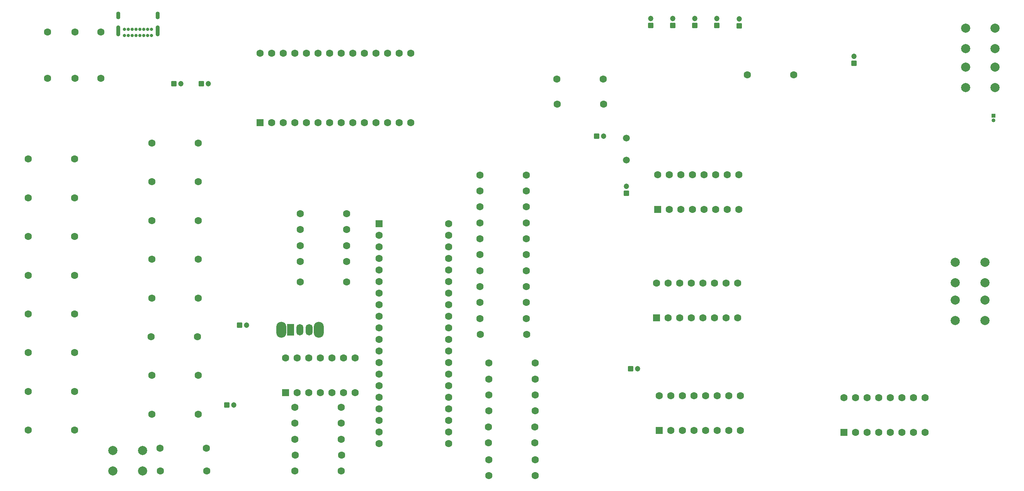
<source format=gbr>
%TF.GenerationSoftware,KiCad,Pcbnew,9.0.6*%
%TF.CreationDate,2025-12-23T15:44:05+01:00*%
%TF.ProjectId,Z80DevBoard,5a383044-6576-4426-9f61-72642e6b6963,rev?*%
%TF.SameCoordinates,Original*%
%TF.FileFunction,Soldermask,Bot*%
%TF.FilePolarity,Negative*%
%FSLAX46Y46*%
G04 Gerber Fmt 4.6, Leading zero omitted, Abs format (unit mm)*
G04 Created by KiCad (PCBNEW 9.0.6) date 2025-12-23 15:44:05*
%MOMM*%
%LPD*%
G01*
G04 APERTURE LIST*
G04 Aperture macros list*
%AMRoundRect*
0 Rectangle with rounded corners*
0 $1 Rounding radius*
0 $2 $3 $4 $5 $6 $7 $8 $9 X,Y pos of 4 corners*
0 Add a 4 corners polygon primitive as box body*
4,1,4,$2,$3,$4,$5,$6,$7,$8,$9,$2,$3,0*
0 Add four circle primitives for the rounded corners*
1,1,$1+$1,$2,$3*
1,1,$1+$1,$4,$5*
1,1,$1+$1,$6,$7*
1,1,$1+$1,$8,$9*
0 Add four rect primitives between the rounded corners*
20,1,$1+$1,$2,$3,$4,$5,0*
20,1,$1+$1,$4,$5,$6,$7,0*
20,1,$1+$1,$6,$7,$8,$9,0*
20,1,$1+$1,$8,$9,$2,$3,0*%
G04 Aperture macros list end*
%ADD10R,0.850000X0.850000*%
%ADD11C,0.850000*%
%ADD12RoundRect,0.250000X-0.350000X-0.350000X0.350000X-0.350000X0.350000X0.350000X-0.350000X0.350000X0*%
%ADD13C,1.200000*%
%ADD14C,1.600000*%
%ADD15RoundRect,0.250000X0.550000X-0.550000X0.550000X0.550000X-0.550000X0.550000X-0.550000X-0.550000X0*%
%ADD16RoundRect,0.250000X0.350000X-0.350000X0.350000X0.350000X-0.350000X0.350000X-0.350000X-0.350000X0*%
%ADD17C,2.000000*%
%ADD18C,0.700000*%
%ADD19O,0.900000X2.400000*%
%ADD20O,0.900000X1.700000*%
%ADD21C,1.500000*%
%ADD22RoundRect,0.250000X-0.550000X-0.550000X0.550000X-0.550000X0.550000X0.550000X-0.550000X0.550000X0*%
%ADD23O,2.200000X3.500000*%
%ADD24R,1.500000X2.500000*%
%ADD25O,1.500000X2.500000*%
G04 APERTURE END LIST*
D10*
%TO.C,J1*%
X254000000Y-62000000D03*
D11*
X254000000Y-63000000D03*
%TD*%
D12*
%TO.C,C8*%
X167000000Y-66500000D03*
D13*
X168500000Y-66500000D03*
%TD*%
D14*
%TO.C,R8*%
X111160000Y-136500000D03*
X101000000Y-136500000D03*
%TD*%
%TO.C,R11*%
X143349500Y-133783000D03*
X153509500Y-133783000D03*
%TD*%
%TO.C,R12*%
X52741500Y-53746000D03*
X52741500Y-43586000D03*
%TD*%
%TO.C,R27*%
X79592500Y-110500000D03*
X69432500Y-110500000D03*
%TD*%
%TO.C,R15*%
X200000000Y-53000000D03*
X210160000Y-53000000D03*
%TD*%
D15*
%TO.C,ShiftRegisterIn2*%
X221240500Y-131539000D03*
D14*
X223780500Y-131539000D03*
X226320500Y-131539000D03*
X228860500Y-131539000D03*
X231400500Y-131539000D03*
X233940500Y-131539000D03*
X236480500Y-131539000D03*
X239020500Y-131539000D03*
X239020500Y-123919000D03*
X236480500Y-123919000D03*
X233940500Y-123919000D03*
X231400500Y-123919000D03*
X228860500Y-123919000D03*
X226320500Y-123919000D03*
X223780500Y-123919000D03*
X221240500Y-123919000D03*
%TD*%
D16*
%TO.C,C6*%
X193383950Y-42184000D03*
D13*
X193383950Y-40684000D03*
%TD*%
D12*
%TO.C,C9*%
X88777401Y-108000000D03*
D13*
X90277401Y-108000000D03*
%TD*%
D14*
%TO.C,R40*%
X151672500Y-110000000D03*
X141512500Y-110000000D03*
%TD*%
D12*
%TO.C,C12*%
X174500000Y-117500000D03*
D13*
X176000000Y-117500000D03*
%TD*%
D14*
%TO.C,R44*%
X151592500Y-103000000D03*
X141432500Y-103000000D03*
%TD*%
%TO.C,R46*%
X102092500Y-87000000D03*
X112252500Y-87000000D03*
%TD*%
%TO.C,R6*%
X143429500Y-123283000D03*
X153589500Y-123283000D03*
%TD*%
%TO.C,R25*%
X79752500Y-68000000D03*
X69592500Y-68000000D03*
%TD*%
%TO.C,R17*%
X168551500Y-59436000D03*
X158391500Y-59436000D03*
%TD*%
%TO.C,R26*%
X79752500Y-76500000D03*
X69592500Y-76500000D03*
%TD*%
%TO.C,R21*%
X143432500Y-137500000D03*
X153592500Y-137500000D03*
%TD*%
%TO.C,R9*%
X143429500Y-119783000D03*
X153589500Y-119783000D03*
%TD*%
D12*
%TO.C,C1*%
X74391500Y-54936000D03*
D13*
X75891500Y-54936000D03*
%TD*%
D14*
%TO.C,R35*%
X52592500Y-97000000D03*
X42432500Y-97000000D03*
%TD*%
%TO.C,R43*%
X102092500Y-83500000D03*
X112252500Y-83500000D03*
%TD*%
D17*
%TO.C,SW1*%
X245583950Y-102434000D03*
X252083950Y-102434000D03*
X245583950Y-106934000D03*
X252083950Y-106934000D03*
%TD*%
D14*
%TO.C,R36*%
X79752500Y-93500000D03*
X69592500Y-93500000D03*
%TD*%
%TO.C,R10*%
X143429500Y-116283000D03*
X153589500Y-116283000D03*
%TD*%
D16*
%TO.C,C5*%
X188533950Y-42184000D03*
D13*
X188533950Y-40684000D03*
%TD*%
D15*
%TO.C,ShiftRegisterOut3*%
X180411900Y-82539000D03*
D14*
X182951900Y-82539000D03*
X185491900Y-82539000D03*
X188031900Y-82539000D03*
X190571900Y-82539000D03*
X193111900Y-82539000D03*
X195651900Y-82539000D03*
X198191900Y-82539000D03*
X198191900Y-74919000D03*
X195651900Y-74919000D03*
X193111900Y-74919000D03*
X190571900Y-74919000D03*
X188031900Y-74919000D03*
X185491900Y-74919000D03*
X182951900Y-74919000D03*
X180411900Y-74919000D03*
%TD*%
%TO.C,R2*%
X100920000Y-126000000D03*
X111080000Y-126000000D03*
%TD*%
%TO.C,R53*%
X71340000Y-135000000D03*
X81500000Y-135000000D03*
%TD*%
D12*
%TO.C,C2*%
X80391500Y-54936000D03*
D13*
X81891500Y-54936000D03*
%TD*%
D14*
%TO.C,R4*%
X111080000Y-133000000D03*
X100920000Y-133000000D03*
%TD*%
D17*
%TO.C,SW2*%
X245583950Y-94184000D03*
X252083950Y-94184000D03*
X245583950Y-98684000D03*
X252083950Y-98684000D03*
%TD*%
D14*
%TO.C,R41*%
X151592500Y-106500000D03*
X141432500Y-106500000D03*
%TD*%
%TO.C,R37*%
X79752500Y-127500000D03*
X69592500Y-127500000D03*
%TD*%
%TO.C,R16*%
X71420000Y-140000000D03*
X81580000Y-140000000D03*
%TD*%
%TO.C,R31*%
X52592500Y-122500000D03*
X42432500Y-122500000D03*
%TD*%
%TO.C,R30*%
X52592500Y-88500000D03*
X42432500Y-88500000D03*
%TD*%
D16*
%TO.C,C4*%
X183683950Y-42184000D03*
D13*
X183683950Y-40684000D03*
%TD*%
D14*
%TO.C,R28*%
X52592500Y-114000000D03*
X42432500Y-114000000D03*
%TD*%
D16*
%TO.C,C11*%
X173500000Y-79000000D03*
D13*
X173500000Y-77500000D03*
%TD*%
D14*
%TO.C,R24*%
X79752500Y-102000000D03*
X69592500Y-102000000D03*
%TD*%
%TO.C,R48*%
X151592500Y-82000000D03*
X141432500Y-82000000D03*
%TD*%
D18*
%TO.C,USB_C1*%
X69475000Y-44360000D03*
X68625000Y-44360000D03*
X67775000Y-44360000D03*
X66925000Y-44360000D03*
X66075000Y-44360000D03*
X65225000Y-44360000D03*
X64375000Y-44360000D03*
X63525000Y-44360000D03*
X63525000Y-43010000D03*
X64375000Y-43010000D03*
X65225000Y-43010000D03*
X66075000Y-43010000D03*
X66925000Y-43010000D03*
X67775000Y-43010000D03*
X68625000Y-43010000D03*
X69475000Y-43010000D03*
D19*
X70825000Y-43380000D03*
D20*
X70825000Y-40000000D03*
D19*
X62175000Y-43380000D03*
D20*
X62175000Y-40000000D03*
%TD*%
D14*
%TO.C,R23*%
X52592500Y-105500000D03*
X42432500Y-105500000D03*
%TD*%
%TO.C,R5*%
X143349500Y-130283000D03*
X153509500Y-130283000D03*
%TD*%
D17*
%TO.C,SW3*%
X247833950Y-42750000D03*
X254333950Y-42750000D03*
X247833950Y-47250000D03*
X254333950Y-47250000D03*
%TD*%
D14*
%TO.C,R42*%
X151592500Y-89000000D03*
X141432500Y-89000000D03*
%TD*%
%TO.C,R52*%
X102092500Y-94000000D03*
X112252500Y-94000000D03*
%TD*%
%TO.C,R38*%
X151592500Y-75000000D03*
X141432500Y-75000000D03*
%TD*%
%TO.C,R7*%
X111080000Y-140000000D03*
X100920000Y-140000000D03*
%TD*%
%TO.C,R13*%
X46741500Y-43586000D03*
X46741500Y-53746000D03*
%TD*%
%TO.C,R32*%
X79752500Y-85000000D03*
X69592500Y-85000000D03*
%TD*%
%TO.C,R45*%
X151592500Y-85500000D03*
X141432500Y-85500000D03*
%TD*%
%TO.C,R49*%
X102092500Y-90500000D03*
X112252500Y-90500000D03*
%TD*%
%TO.C,R33*%
X79752500Y-119000000D03*
X69592500Y-119000000D03*
%TD*%
%TO.C,R22*%
X52592500Y-71500000D03*
X42432500Y-71500000D03*
%TD*%
%TO.C,R14*%
X58391500Y-53786000D03*
X58391500Y-43626000D03*
%TD*%
%TO.C,R3*%
X111080000Y-129500000D03*
X100920000Y-129500000D03*
%TD*%
D15*
%TO.C,ShiftRegisterOut2*%
X180740500Y-131039000D03*
D14*
X183280500Y-131039000D03*
X185820500Y-131039000D03*
X188360500Y-131039000D03*
X190900500Y-131039000D03*
X193440500Y-131039000D03*
X195980500Y-131039000D03*
X198520500Y-131039000D03*
X198520500Y-123419000D03*
X195980500Y-123419000D03*
X193440500Y-123419000D03*
X190900500Y-123419000D03*
X188360500Y-123419000D03*
X185820500Y-123419000D03*
X183280500Y-123419000D03*
X180740500Y-123419000D03*
%TD*%
%TO.C,R29*%
X52592500Y-80000000D03*
X42432500Y-80000000D03*
%TD*%
D15*
%TO.C,ShiftRegisterOut1*%
X180131900Y-106344000D03*
D14*
X182671900Y-106344000D03*
X185211900Y-106344000D03*
X187751900Y-106344000D03*
X190291900Y-106344000D03*
X192831900Y-106344000D03*
X195371900Y-106344000D03*
X197911900Y-106344000D03*
X197911900Y-98724000D03*
X195371900Y-98724000D03*
X192831900Y-98724000D03*
X190291900Y-98724000D03*
X187751900Y-98724000D03*
X185211900Y-98724000D03*
X182671900Y-98724000D03*
X180131900Y-98724000D03*
%TD*%
D17*
%TO.C,SW4*%
X247833950Y-51300000D03*
X254333950Y-51300000D03*
X247833950Y-55800000D03*
X254333950Y-55800000D03*
%TD*%
D15*
%TO.C,RAM1*%
X93232500Y-63500000D03*
D14*
X95772500Y-63500000D03*
X98312500Y-63500000D03*
X100852500Y-63500000D03*
X103392500Y-63500000D03*
X105932500Y-63500000D03*
X108472500Y-63500000D03*
X111012500Y-63500000D03*
X113552500Y-63500000D03*
X116092500Y-63500000D03*
X118632500Y-63500000D03*
X121172500Y-63500000D03*
X123712500Y-63500000D03*
X126252500Y-63500000D03*
X126252500Y-48260000D03*
X123712500Y-48260000D03*
X121172500Y-48260000D03*
X118632500Y-48260000D03*
X116092500Y-48260000D03*
X113552500Y-48260000D03*
X111012500Y-48260000D03*
X108472500Y-48260000D03*
X105932500Y-48260000D03*
X103392500Y-48260000D03*
X100852500Y-48260000D03*
X98312500Y-48260000D03*
X95772500Y-48260000D03*
X93232500Y-48260000D03*
%TD*%
D15*
%TO.C,U1*%
X98880000Y-122805000D03*
D14*
X101420000Y-122805000D03*
X103960000Y-122805000D03*
X106500000Y-122805000D03*
X109040000Y-122805000D03*
X111580000Y-122805000D03*
X114120000Y-122805000D03*
X114120000Y-115185000D03*
X111580000Y-115185000D03*
X109040000Y-115185000D03*
X106500000Y-115185000D03*
X103960000Y-115185000D03*
X101420000Y-115185000D03*
X98880000Y-115185000D03*
%TD*%
%TO.C,R51*%
X151592500Y-78500000D03*
X141432500Y-78500000D03*
%TD*%
D16*
%TO.C,C3*%
X178833950Y-42184000D03*
D13*
X178833950Y-40684000D03*
%TD*%
D12*
%TO.C,C13*%
X86000000Y-125500000D03*
D13*
X87500000Y-125500000D03*
%TD*%
D14*
%TO.C,R20*%
X143432500Y-141000000D03*
X153592500Y-141000000D03*
%TD*%
D21*
%TO.C,Y1*%
X173500000Y-66870000D03*
X173500000Y-71750000D03*
%TD*%
D16*
%TO.C,C10*%
X198250000Y-42250000D03*
D13*
X198250000Y-40750000D03*
%TD*%
D14*
%TO.C,R39*%
X151592500Y-92500000D03*
X141432500Y-92500000D03*
%TD*%
%TO.C,R47*%
X151592500Y-99500000D03*
X141432500Y-99500000D03*
%TD*%
%TO.C,R50*%
X151592500Y-96000000D03*
X141432500Y-96000000D03*
%TD*%
D16*
%TO.C,C7*%
X223391500Y-50436000D03*
D13*
X223391500Y-48936000D03*
%TD*%
D22*
%TO.C,Z80*%
X119389500Y-85658000D03*
D14*
X119389500Y-88198000D03*
X119389500Y-90738000D03*
X119389500Y-93278000D03*
X119389500Y-95818000D03*
X119389500Y-98358000D03*
X119389500Y-100898000D03*
X119389500Y-103438000D03*
X119389500Y-105978000D03*
X119389500Y-108518000D03*
X119389500Y-111058000D03*
X119389500Y-113598000D03*
X119389500Y-116138000D03*
X119389500Y-118678000D03*
X119389500Y-121218000D03*
X119389500Y-123758000D03*
X119389500Y-126298000D03*
X119389500Y-128838000D03*
X119389500Y-131378000D03*
X119389500Y-133918000D03*
X134629500Y-133918000D03*
X134629500Y-131378000D03*
X134629500Y-128838000D03*
X134629500Y-126298000D03*
X134629500Y-123758000D03*
X134629500Y-121218000D03*
X134629500Y-118678000D03*
X134629500Y-116138000D03*
X134629500Y-113598000D03*
X134629500Y-111058000D03*
X134629500Y-108518000D03*
X134629500Y-105978000D03*
X134629500Y-103438000D03*
X134629500Y-100898000D03*
X134629500Y-98358000D03*
X134629500Y-95818000D03*
X134629500Y-93278000D03*
X134629500Y-90738000D03*
X134629500Y-88198000D03*
X134629500Y-85658000D03*
%TD*%
%TO.C,R1*%
X153589500Y-126783000D03*
X143429500Y-126783000D03*
%TD*%
%TO.C,R18*%
X168471500Y-53936000D03*
X158311500Y-53936000D03*
%TD*%
D23*
%TO.C,SW5*%
X97900000Y-109000000D03*
X106100000Y-109000000D03*
D24*
X100000000Y-109000000D03*
D25*
X102000000Y-109000000D03*
X104000000Y-109000000D03*
%TD*%
D14*
%TO.C,R34*%
X52592500Y-131000000D03*
X42432500Y-131000000D03*
%TD*%
D17*
%TO.C,SW6*%
X61000000Y-135500000D03*
X67500000Y-135500000D03*
X61000000Y-140000000D03*
X67500000Y-140000000D03*
%TD*%
D14*
%TO.C,R19*%
X112252500Y-98500000D03*
X102092500Y-98500000D03*
%TD*%
M02*

</source>
